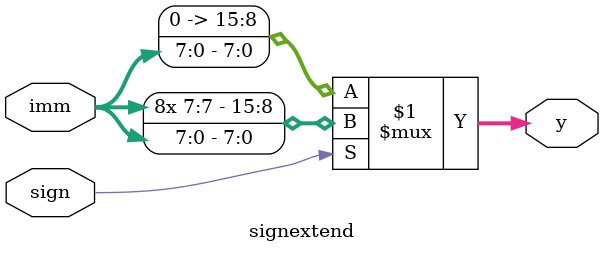
<source format=v>
module signextend #(parameter WIDTH = 8)
                   (input [WIDTH-1:0] imm,
						  input 				  sign,
                    output [WIDTH+WIDTH-1:0] y);
   assign y = sign ? {{8{imm[7]}}, imm} : {{8{1'b0}}, imm};
endmodule
</source>
